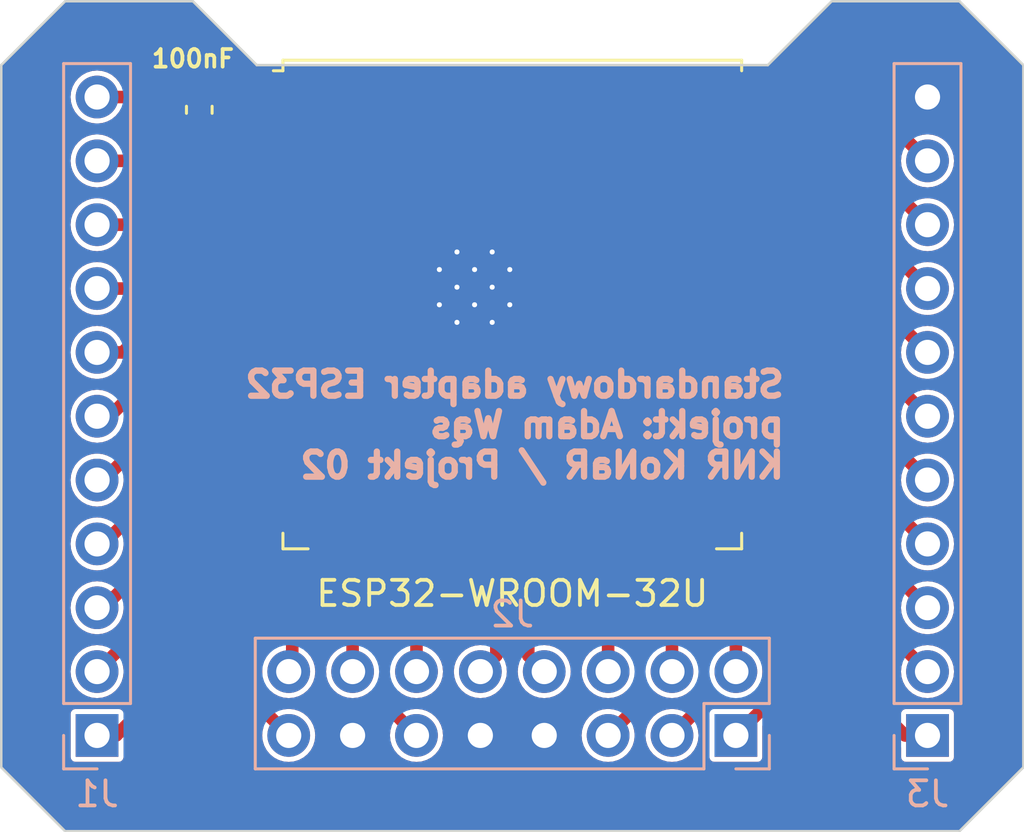
<source format=kicad_pcb>
(kicad_pcb (version 20221018) (generator pcbnew)
  (layers (0 "F.Cu" signal) (31 "B.Cu" signal) (34 "B.Paste" user) (35 "F.Paste" user) (36 "B.SilkS" user "B.Silkscreen") (37 "F.SilkS" user "F.Silkscreen") (38 "B.Mask" user) (39 "F.Mask" user) (44 "Edge.Cuts" user))
  (net 0 "")
  (net 1 "GND")
  (net 2 "VDD")
  (net 3 "IO23")
  (net 4 "IO22")
  (net 5 "TXD0{slash}IO1")
  (net 6 "RXD0{slash}IO3")
  (net 7 "IO21")
  (net 9 "IO19")
  (net 10 "IO18")
  (net 11 "IO5")
  (net 12 "IO17")
  (net 13 "IO16")
  (net 14 "IO4")
  (net 15 "IO0")
  (net 16 "IO2")
  (net 17 "IO15")
  (net 18 "SDI{slash}SD1")
  (net 19 "SDO{slash}SD0")
  (net 20 "SCK{slash}CLK")
  (net 21 "SCS{slash}CMD")
  (net 22 "SWP{slash}SD3")
  (net 23 "SHD{slash}SD2")
  (net 24 "IO13")
  (net 25 "IO12")
  (net 26 "IO14")
  (net 27 "IO27")
  (net 28 "IO26")
  (net 29 "IO25")
  (net 30 "IO33")
  (net 31 "IO32")
  (net 32 "IO35")
  (net 33 "IO34")
  (net 34 "SENSOR_VN")
  (net 35 "SENSOR_VP")
  (net 36 "EN")
  (footprint "Capacitor_SMD:C_0603_1608Metric" (layer "F.Cu") (at 42.164 41.148 90)
    (fp_text reference "C1" hide)
    (fp_text value "100nF" (at 2.032 -0.254) (layer "F.SilkS") (effects (font (size 0.7 0.7))))
    (fp_line (start -0.14058 -0.51) (end 0.14058 -0.51) (stroke (width 0.12)) (layer "F.SilkS"))
    (fp_line (start -0.14058 0.51) (end 0.14058 0.51) (stroke (width 0.12)) (layer "F.SilkS"))
    (pad "1" smd roundrect (at -0.775 0 90) (size 0.9 0.95) (layers "F.Cu" "F.Paste" "F.Mask") (net 2 "VDD"))
    (pad "2" smd roundrect (at 0.775 0 90) (size 0.9 0.95) (layers "F.Cu" "F.Paste" "F.Mask") (net 1 "GND"))
  )
  (footprint "RF_Module:ESP32-WROOM-32U" (layer "F.Cu") (at 54.61 48.895)
    (fp_text reference "U1" hide)
    (fp_text value "ESP32-WROOM-32U" (at 0 11.5) (layer "F.SilkS"))
    (fp_line (start -9.12 -9.72) (end -9.12 -9.3) (stroke (width 0.12)) (layer "F.SilkS"))
    (fp_line (start -9.12 -9.72) (end 9.12 -9.72) (stroke (width 0.12)) (layer "F.SilkS"))
    (fp_line (start -9.12 -9.3) (end -9.5 -9.3) (stroke (width 0.12)) (layer "F.SilkS"))
    (fp_line (start -9.12 9.1) (end -9.12 9.72) (stroke (width 0.12)) (layer "F.SilkS"))
    (fp_line (start -9.12 9.72) (end -8.12 9.72) (stroke (width 0.12)) (layer "F.SilkS"))
    (fp_line (start 9.12 -9.72) (end 9.12 -9.3) (stroke (width 0.12)) (layer "F.SilkS"))
    (fp_line (start 9.12 9.1) (end 9.12 9.72) (stroke (width 0.12)) (layer "F.SilkS"))
    (fp_line (start 9.12 9.72) (end 8.12 9.72) (stroke (width 0.12)) (layer "F.SilkS"))
    (pad "1" smd rect (at -8.75 -8.255) (size 1.5 0.9) (layers "F.Cu" "F.Paste" "F.Mask") (net 1 "GND"))
    (pad "2" smd rect (at -8.75 -6.985) (size 1.5 0.9) (layers "F.Cu" "F.Paste" "F.Mask") (net 2 "VDD"))
    (pad "3" smd rect (at -8.75 -5.715) (size 1.5 0.9) (layers "F.Cu" "F.Paste" "F.Mask") (net 36 "EN"))
    (pad "4" smd rect (at -8.75 -4.445) (size 1.5 0.9) (layers "F.Cu" "F.Paste" "F.Mask") (net 35 "SENSOR_VP"))
    (pad "5" smd rect (at -8.75 -3.175) (size 1.5 0.9) (layers "F.Cu" "F.Paste" "F.Mask") (net 34 "SENSOR_VN"))
    (pad "6" smd rect (at -8.75 -1.905) (size 1.5 0.9) (layers "F.Cu" "F.Paste" "F.Mask") (net 33 "IO34"))
    (pad "7" smd rect (at -8.75 -0.635) (size 1.5 0.9) (layers "F.Cu" "F.Paste" "F.Mask") (net 32 "IO35"))
    (pad "8" smd rect (at -8.75 0.635) (size 1.5 0.9) (layers "F.Cu" "F.Paste" "F.Mask") (net 31 "IO32"))
    (pad "9" smd rect (at -8.75 1.905) (size 1.5 0.9) (layers "F.Cu" "F.Paste" "F.Mask") (net 30 "IO33"))
    (pad "10" smd rect (at -8.75 3.175) (size 1.5 0.9) (layers "F.Cu" "F.Paste" "F.Mask") (net 29 "IO25"))
    (pad "11" smd rect (at -8.75 4.445) (size 1.5 0.9) (layers "F.Cu" "F.Paste" "F.Mask") (net 28 "IO26"))
    (pad "12" smd rect (at -8.75 5.715) (size 1.5 0.9) (layers "F.Cu" "F.Paste" "F.Mask") (net 27 "IO27"))
    (pad "13" smd rect (at -8.75 6.985) (size 1.5 0.9) (layers "F.Cu" "F.Paste" "F.Mask") (net 26 "IO14"))
    (pad "14" smd rect (at -8.75 8.255) (size 1.5 0.9) (layers "F.Cu" "F.Paste" "F.Mask") (net 25 "IO12"))
    (pad "15" smd rect (at -5.715 9.35 90) (size 1.5 0.9) (layers "F.Cu" "F.Paste" "F.Mask") (net 1 "GND"))
    (pad "16" smd rect (at -4.445 9.35 90) (size 1.5 0.9) (layers "F.Cu" "F.Paste" "F.Mask") (net 24 "IO13"))
    (pad "17" smd rect (at -3.175 9.35 90) (size 1.5 0.9) (layers "F.Cu" "F.Paste" "F.Mask") (net 23 "SHD{slash}SD2"))
    (pad "18" smd rect (at -1.905 9.35 90) (size 1.5 0.9) (layers "F.Cu" "F.Paste" "F.Mask") (net 22 "SWP{slash}SD3"))
    (pad "19" smd rect (at -0.635 9.35 90) (size 1.5 0.9) (layers "F.Cu" "F.Paste" "F.Mask") (net 21 "SCS{slash}CMD"))
    (pad "20" smd rect (at 0.635 9.35 90) (size 1.5 0.9) (layers "F.Cu" "F.Paste" "F.Mask") (net 20 "SCK{slash}CLK"))
    (pad "21" smd rect (at 1.905 9.35 90) (size 1.5 0.9) (layers "F.Cu" "F.Paste" "F.Mask") (net 19 "SDO{slash}SD0"))
    (pad "22" smd rect (at 3.175 9.35 90) (size 1.5 0.9) (layers "F.Cu" "F.Paste" "F.Mask") (net 18 "SDI{slash}SD1"))
    (pad "23" smd rect (at 4.445 9.35 90) (size 1.5 0.9) (layers "F.Cu" "F.Paste" "F.Mask") (net 17 "IO15"))
    (pad "24" smd rect (at 5.715 9.35 90) (size 1.5 0.9) (layers "F.Cu" "F.Paste" "F.Mask") (net 16 "IO2"))
    (pad "25" smd rect (at 8.75 8.255) (size 1.5 0.9) (layers "F.Cu" "F.Paste" "F.Mask") (net 15 "IO0"))
    (pad "26" smd rect (at 8.75 6.985) (size 1.5 0.9) (layers "F.Cu" "F.Paste" "F.Mask") (net 14 "IO4"))
    (pad "27" smd rect (at 8.75 5.715) (size 1.5 0.9) (layers "F.Cu" "F.Paste" "F.Mask") (net 13 "IO16"))
    (pad "28" smd rect (at 8.75 4.445) (size 1.5 0.9) (layers "F.Cu" "F.Paste" "F.Mask") (net 12 "IO17"))
    (pad "29" smd rect (at 8.75 3.175) (size 1.5 0.9) (layers "F.Cu" "F.Paste" "F.Mask") (net 11 "IO5"))
    (pad "30" smd rect (at 8.75 1.905) (size 1.5 0.9) (layers "F.Cu" "F.Paste" "F.Mask") (net 10 "IO18"))
    (pad "31" smd rect (at 8.75 0.635) (size 1.5 0.9) (layers "F.Cu" "F.Paste" "F.Mask") (net 9 "IO19"))
    (pad "32" smd rect (at 8.75 -0.635) (size 1.5 0.9) (layers "F.Cu" "F.Paste" "F.Mask"))
    (pad "33" smd rect (at 8.75 -1.905) (size 1.5 0.9) (layers "F.Cu" "F.Paste" "F.Mask") (net 7 "IO21"))
    (pad "34" smd rect (at 8.75 -3.175) (size 1.5 0.9) (layers "F.Cu" "F.Paste" "F.Mask") (net 6 "RXD0{slash}IO3"))
    (pad "35" smd rect (at 8.75 -4.445) (size 1.5 0.9) (layers "F.Cu" "F.Paste" "F.Mask") (net 5 "TXD0{slash}IO1"))
    (pad "36" smd rect (at 8.75 -5.715) (size 1.5 0.9) (layers "F.Cu" "F.Paste" "F.Mask") (net 4 "IO22"))
    (pad "37" smd rect (at 8.75 -6.985) (size 1.5 0.9) (layers "F.Cu" "F.Paste" "F.Mask") (net 3 "IO23"))
    (pad "38" smd rect (at 8.75 -8.255) (size 1.5 0.9) (layers "F.Cu" "F.Paste" "F.Mask") (net 1 "GND"))
    (pad "39" smd rect (at -2.9 -2.09) (size 0.9 0.9) (layers "F.Cu" "F.Paste") (net 1 "GND"))
    (pad "39" thru_hole circle (at -2.9 -1.39) (size 0.6 0.6) (drill 0.2) (property pad_prop_heatsink) (layers "*.Cu" "F.Mask") (net 1 "GND"))
    (pad "39" smd rect (at -2.9 -0.69) (size 0.9 0.9) (layers "F.Cu" "F.Paste") (net 1 "GND"))
    (pad "39" thru_hole circle (at -2.9 0.01) (size 0.6 0.6) (drill 0.2) (property pad_prop_heatsink) (layers "*.Cu" "F.Mask") (net 1 "GND"))
    (pad "39" smd rect (at -2.9 0.71) (size 0.9 0.9) (layers "F.Cu" "F.Paste") (net 1 "GND"))
    (pad "39" thru_hole circle (at -2.2 -2.09) (size 0.6 0.6) (drill 0.2) (property pad_prop_heatsink) (layers "*.Cu" "F.Mask") (net 1 "GND"))
    (pad "39" thru_hole circle (at -2.2 -0.69) (size 0.6 0.6) (drill 0.2) (property pad_prop_heatsink) (layers "*.Cu" "F.Mask") (net 1 "GND"))
    (pad "39" thru_hole circle (at -2.2 0.71) (size 0.6 0.6) (drill 0.2) (property pad_prop_heatsink) (layers "*.Cu" "F.Mask") (net 1 "GND"))
    (pad "39" smd rect (at -1.5 -2.09) (size 0.9 0.9) (layers "F.Cu" "F.Paste") (net 1 "GND"))
    (pad "39" thru_hole circle (at -1.5 -1.39) (size 0.6 0.6) (drill 0.2) (property pad_prop_heatsink) (layers "*.Cu" "F.Mask") (net 1 "GND"))
    (pad "39" smd rect (at -1.5 -0.69) (size 0.9 0.9) (layers "F.Cu" "F.Paste") (net 1 "GND"))
    (pad "39" smd rect (at -1.5 -0.69) (size 3.8 3.8) (layers "F.Cu" "F.Mask") (net 1 "GND"))
    (pad "39" thru_hole circle (at -1.5 0.01) (size 0.6 0.6) (drill 0.2) (property pad_prop_heatsink) (layers "*.Cu" "F.Mask") (net 1 "GND"))
    (pad "39" smd rect (at -1.5 0.71) (size 0.9 0.9) (layers "F.Cu" "F.Paste") (net 1 "GND"))
    (pad "39" thru_hole circle (at -0.8 -2.09) (size 0.6 0.6) (drill 0.2) (property pad_prop_heatsink) (layers "*.Cu" "F.Mask") (net 1 "GND"))
    (pad "39" thru_hole circle (at -0.8 -0.69) (size 0.6 0.6) (drill 0.2) (property pad_prop_heatsink) (layers "*.Cu" "F.Mask") (net 1 "GND"))
    (pad "39" thru_hole circle (at -0.8 0.71) (size 0.6 0.6) (drill 0.2) (property pad_prop_heatsink) (layers "*.Cu" "F.Mask") (net 1 "GND"))
    (pad "39" smd rect (at -0.1 -2.09) (size 0.9 0.9) (layers "F.Cu" "F.Paste") (net 1 "GND"))
    (pad "39" thru_hole circle (at -0.1 -1.39) (size 0.6 0.6) (drill 0.2) (property pad_prop_heatsink) (layers "*.Cu" "F.Mask") (net 1 "GND"))
    (pad "39" smd rect (at -0.1 -0.69) (size 0.9 0.9) (layers "F.Cu" "F.Paste") (net 1 "GND"))
    (pad "39" thru_hole circle (at -0.1 0.01) (size 0.6 0.6) (drill 0.2) (property pad_prop_heatsink) (layers "*.Cu" "F.Mask") (net 1 "GND"))
    (pad "39" smd rect (at -0.1 0.71) (size 0.9 0.9) (layers "F.Cu" "F.Paste") (net 1 "GND"))
  )
  (footprint "Connector_PinHeader_2.54mm:PinHeader_1x11_P2.54mm_Vertical" (layer "B.Cu") (at 38.1 66.04)
    (fp_text reference "J1" (at 0 2.33 -360) (layer "B.SilkS") (effects (justify mirror)))
    (fp_text value "Conn_01x11_MountingPin" hide)
    (fp_line (start -1.33 -26.73) (end 1.33 -26.73) (stroke (width 0.12)) (layer "B.SilkS"))
    (fp_line (start -1.33 -1.27) (end -1.33 -26.73) (stroke (width 0.12)) (layer "B.SilkS"))
    (fp_line (start -1.33 -1.27) (end 1.33 -1.27) (stroke (width 0.12)) (layer "B.SilkS"))
    (fp_line (start -1.33 0) (end -1.33 1.33) (stroke (width 0.12)) (layer "B.SilkS"))
    (fp_line (start -1.33 1.33) (end 0 1.33) (stroke (width 0.12)) (layer "B.SilkS"))
    (fp_line (start 1.33 -1.27) (end 1.33 -26.73) (stroke (width 0.12)) (layer "B.SilkS"))
    (pad "1" thru_hole rect (at 0 0) (size 1.7 1.7) (drill 1) (layers "*.Cu" "*.Mask") (net 27 "IO27"))
    (pad "2" thru_hole oval (at 0 -2.54) (size 1.7 1.7) (drill 1) (layers "*.Cu" "*.Mask") (net 28 "IO26"))
    (pad "3" thru_hole oval (at 0 -5.08) (size 1.7 1.7) (drill 1) (layers "*.Cu" "*.Mask") (net 29 "IO25"))
    (pad "4" thru_hole oval (at 0 -7.62) (size 1.7 1.7) (drill 1) (layers "*.Cu" "*.Mask") (net 30 "IO33"))
    (pad "5" thru_hole oval (at 0 -10.16) (size 1.7 1.7) (drill 1) (layers "*.Cu" "*.Mask") (net 31 "IO32"))
    (pad "6" thru_hole oval (at 0 -12.7) (size 1.7 1.7) (drill 1) (layers "*.Cu" "*.Mask") (net 32 "IO35"))
    (pad "7" thru_hole oval (at 0 -15.24) (size 1.7 1.7) (drill 1) (layers "*.Cu" "*.Mask") (net 33 "IO34"))
    (pad "8" thru_hole oval (at 0 -17.78) (size 1.7 1.7) (drill 1) (layers "*.Cu" "*.Mask") (net 34 "SENSOR_VN"))
    (pad "9" thru_hole oval (at 0 -20.32) (size 1.7 1.7) (drill 1) (layers "*.Cu" "*.Mask") (net 35 "SENSOR_VP"))
    (pad "10" thru_hole oval (at 0 -22.86) (size 1.7 1.7) (drill 1) (layers "*.Cu" "*.Mask") (net 36 "EN"))
    (pad "11" thru_hole oval (at 0 -25.4) (size 1.7 1.7) (drill 1) (layers "*.Cu" "*.Mask") (net 2 "VDD"))
  )
  (footprint "Connector_PinHeader_2.54mm:PinHeader_1x11_P2.54mm_Vertical" (layer "B.Cu") (at 71.12 66.04)
    (fp_text reference "J3" (at 0 2.33) (layer "B.SilkS") (effects (justify mirror)))
    (fp_text value "Conn_01x11_MountingPin" hide)
    (fp_line (start -1.33 -26.73) (end 1.33 -26.73) (stroke (width 0.12)) (layer "B.SilkS"))
    (fp_line (start -1.33 -1.27) (end -1.33 -26.73) (stroke (width 0.12)) (layer "B.SilkS"))
    (fp_line (start -1.33 -1.27) (end 1.33 -1.27) (stroke (width 0.12)) (layer "B.SilkS"))
    (fp_line (start -1.33 0) (end -1.33 1.33) (stroke (width 0.12)) (layer "B.SilkS"))
    (fp_line (start -1.33 1.33) (end 0 1.33) (stroke (width 0.12)) (layer "B.SilkS"))
    (fp_line (start 1.33 -1.27) (end 1.33 -26.73) (stroke (width 0.12)) (layer "B.SilkS"))
    (pad "1" thru_hole rect (at 0 0) (size 1.7 1.7) (drill 1) (layers "*.Cu" "*.Mask") (net 13 "IO16"))
    (pad "2" thru_hole oval (at 0 -2.54) (size 1.7 1.7) (drill 1) (layers "*.Cu" "*.Mask") (net 12 "IO17"))
    (pad "3" thru_hole oval (at 0 -5.08) (size 1.7 1.7) (drill 1) (layers "*.Cu" "*.Mask") (net 11 "IO5"))
    (pad "4" thru_hole oval (at 0 -7.62) (size 1.7 1.7) (drill 1) (layers "*.Cu" "*.Mask") (net 10 "IO18"))
    (pad "5" thru_hole oval (at 0 -10.16) (size 1.7 1.7) (drill 1) (layers "*.Cu" "*.Mask") (net 9 "IO19"))
    (pad "6" thru_hole oval (at 0 -12.7) (size 1.7 1.7) (drill 1) (layers "*.Cu" "*.Mask") (net 7 "IO21"))
    (pad "7" thru_hole oval (at 0 -15.24) (size 1.7 1.7) (drill 1) (layers "*.Cu" "*.Mask") (net 6 "RXD0{slash}IO3"))
    (pad "8" thru_hole oval (at 0 -17.78) (size 1.7 1.7) (drill 1) (layers "*.Cu" "*.Mask") (net 5 "TXD0{slash}IO1"))
    (pad "9" thru_hole oval (at 0 -20.32) (size 1.7 1.7) (drill 1) (layers "*.Cu" "*.Mask") (net 4 "IO22"))
    (pad "10" thru_hole oval (at 0 -22.86) (size 1.7 1.7) (drill 1) (layers "*.Cu" "*.Mask") (net 3 "IO23"))
    (pad "11" thru_hole oval (at 0 -25.4) (size 1.7 1.7) (drill 1) (layers "*.Cu" "*.Mask") (net 1 "GND"))
  )
  (footprint "Connector_PinHeader_2.54mm:PinHeader_2x08_P2.54mm_Vertical" (layer "B.Cu") (at 63.5 66.04 90)
    (fp_text reference "J2" (at 4.826 -8.89) (layer "B.SilkS") (effects (justify mirror)))
    (fp_text value "Conn_02x08_Top_Bottom_MountingPin" hide)
    (fp_line (start -1.33 -19.11) (end 3.87 -19.11) (stroke (width 0.12)) (layer "B.SilkS"))
    (fp_line (start -1.33 -1.27) (end -1.33 -19.11) (stroke (width 0.12)) (layer "B.SilkS"))
    (fp_line (start -1.33 -1.27) (end 1.27 -1.27) (stroke (width 0.12)) (layer "B.SilkS"))
    (fp_line (start -1.33 0) (end -1.33 1.33) (stroke (width 0.12)) (layer "B.SilkS"))
    (fp_line (start -1.33 1.33) (end 0 1.33) (stroke (width 0.12)) (layer "B.SilkS"))
    (fp_line (start 1.27 -1.27) (end 1.27 1.33) (stroke (width 0.12)) (layer "B.SilkS"))
    (fp_line (start 1.27 1.33) (end 3.87 1.33) (stroke (width 0.12)) (layer "B.SilkS"))
    (fp_line (start 3.87 1.33) (end 3.87 -19.11) (stroke (width 0.12)) (layer "B.SilkS"))
    (pad "1" thru_hole rect (at 0 0 90) (size 1.7 1.7) (drill 1) (layers "*.Cu" "*.Mask") (net 14 "IO4"))
    (pad "2" thru_hole oval (at 2.54 0 90) (size 1.7 1.7) (drill 1) (layers "*.Cu" "*.Mask") (net 15 "IO0"))
    (pad "3" thru_hole oval (at 0 -2.54 90) (size 1.7 1.7) (drill 1) (layers "*.Cu" "*.Mask") (net 16 "IO2"))
    (pad "4" thru_hole oval (at 2.54 -2.54 90) (size 1.7 1.7) (drill 1) (layers "*.Cu" "*.Mask") (net 17 "IO15"))
    (pad "5" thru_hole oval (at 0 -5.08 90) (size 1.7 1.7) (drill 1) (layers "*.Cu" "*.Mask") (net 18 "SDI{slash}SD1"))
    (pad "6" thru_hole oval (at 2.54 -5.08 90) (size 1.7 1.7) (drill 1) (layers "*.Cu" "*.Mask") (net 19 "SDO{slash}SD0"))
    (pad "7" thru_hole oval (at 0 -7.62 90) (size 1.7 1.7) (drill 1) (layers "*.Cu" "*.Mask") (net 1 "GND"))
    (pad "8" thru_hole oval (at 2.54 -7.62 90) (size 1.7 1.7) (drill 1) (layers "*.Cu" "*.Mask") (net 20 "SCK{slash}CLK"))
    (pad "9" thru_hole oval (at 0 -10.16 90) (size 1.7 1.7) (drill 1) (layers "*.Cu" "*.Mask") (net 1 "GND"))
    (pad "10" thru_hole oval (at 2.54 -10.16 90) (size 1.7 1.7) (drill 1) (layers "*.Cu" "*.Mask") (net 21 "SCS{slash}CMD"))
    (pad "11" thru_hole oval (at 0 -12.7 90) (size 1.7 1.7) (drill 1) (layers "*.Cu" "*.Mask") (net 23 "SHD{slash}SD2"))
    (pad "12" thru_hole oval (at 2.54 -12.7 90) (size 1.7 1.7) (drill 1) (layers "*.Cu" "*.Mask") (net 22 "SWP{slash}SD3"))
    (pad "13" thru_hole oval (at 0 -15.24 90) (size 1.7 1.7) (drill 1) (layers "*.Cu" "*.Mask") (net 1 "GND"))
    (pad "14" thru_hole oval (at 2.54 -15.24 90) (size 1.7 1.7) (drill 1) (layers "*.Cu" "*.Mask") (net 24 "IO13"))
    (pad "15" thru_hole oval (at 0 -17.78 90) (size 1.7 1.7) (drill 1) (layers "*.Cu" "*.Mask") (net 26 "IO14"))
    (pad "16" thru_hole oval (at 2.54 -17.78 90) (size 1.7 1.7) (drill 1) (layers "*.Cu" "*.Mask") (net 25 "IO12"))
  )
  (gr_line (start 41.91 36.83) (end 44.45 39.37) (stroke (width 0.1)) (layer "Edge.Cuts"))
  (gr_line (start 74.93 67.31) (end 72.39 69.85) (stroke (width 0.1)) (layer "Edge.Cuts"))
  (gr_line (start 74.93 39.37) (end 74.93 67.31) (stroke (width 0.1)) (layer "Edge.Cuts"))
  (gr_line (start 72.39 36.83) (end 74.93 39.37) (stroke (width 0.1)) (layer "Edge.Cuts"))
  (gr_line (start 36.83 36.83) (end 41.91 36.83) (stroke (width 0.1)) (layer "Edge.Cuts"))
  (gr_line (start 44.45 39.37) (end 64.77 39.37) (stroke (width 0.1)) (layer "Edge.Cuts"))
  (gr_line (start 34.29 67.31) (end 34.29 39.37) (stroke (width 0.1)) (layer "Edge.Cuts"))
  (gr_line (start 34.29 39.37) (end 36.83 36.83) (stroke (width 0.1)) (layer "Edge.Cuts"))
  (gr_line (start 72.39 69.85) (end 36.83 69.85) (stroke (width 0.1)) (layer "Edge.Cuts"))
  (gr_line (start 36.83 69.85) (end 34.29 67.31) (stroke (width 0.1)) (layer "Edge.Cuts"))
  (gr_line (start 72.39 36.83) (end 67.31 36.83) (stroke (width 0.1)) (layer "Edge.Cuts"))
  (gr_line (start 64.77 39.37) (end 67.31 36.83) (stroke (width 0.1)) (layer "Edge.Cuts"))
  (gr_text "Standardowy adapter ESP32\nprojekt: Adam Wąs\nKNR KoNaR / Projekt 02\n" (at 65.532 55.88) (layer "B.SilkS") (effects (font (size 1 1) (thickness 0.25) bold) (justify left bottom mirror)))
  (segment (start 40.132 40.64) (end 38.354 40.64) (width 0.5) (layer "F.Cu") (net 2))
  (segment (start 42.164 41.923) (end 41.415 41.923) (width 0.5) (layer "F.Cu") (net 2))
  (segment (start 41.415 41.923) (end 40.132 40.64) (width 0.5) (layer "F.Cu") (net 2))
  (segment (start 42.164 41.923) (end 45.847 41.923) (width 0.5) (layer "F.Cu") (net 2))
  (segment (start 45.847 41.923) (end 45.86 41.91) (width 0.5) (layer "F.Cu") (net 2))
  (segment (start 71.12 43.18) (end 69.85 41.91) (width 0.5) (layer "F.Cu") (net 3))
  (segment (start 69.85 41.91) (end 63.36 41.91) (width 0.5) (layer "F.Cu") (net 3))
  (segment (start 68.58 43.18) (end 63.36 43.18) (width 0.5) (layer "F.Cu") (net 4))
  (segment (start 71.12 45.72) (end 68.58 43.18) (width 0.5) (layer "F.Cu") (net 4))
  (segment (start 71.12 48.26) (end 67.31 44.45) (width 0.5) (layer "F.Cu") (net 5))
  (segment (start 67.31 44.45) (end 63.36 44.45) (width 0.5) (layer "F.Cu") (net 5))
  (segment (start 66.04 45.72) (end 63.36 45.72) (width 0.5) (layer "F.Cu") (net 6))
  (segment (start 71.12 50.8) (end 66.04 45.72) (width 0.5) (layer "F.Cu") (net 6))
  (segment (start 71.12 53.34) (end 64.77 46.99) (width 0.5) (layer "F.Cu") (net 7))
  (segment (start 64.77 46.99) (end 63.36 46.99) (width 0.5) (layer "F.Cu") (net 7))
  (segment (start 71.12 55.88) (end 64.77 49.53) (width 0.5) (layer "F.Cu") (net 9))
  (segment (start 64.77 49.53) (end 63.36 49.53) (width 0.5) (layer "F.Cu") (net 9))
  (segment (start 71.12 58.42) (end 68.834 56.134) (width 0.5) (layer "F.Cu") (net 10))
  (segment (start 63.36 50.8) (end 64.176672 50.8) (width 0.5) (layer "F.Cu") (net 10))
  (segment (start 64.176672 50.8) (end 68.834 55.457328) (width 0.5) (layer "F.Cu") (net 10))
  (segment (start 68.834 56.134) (end 68.834 55.457328) (width 0.5) (layer "F.Cu") (net 10))
  (segment (start 71.12 60.96) (end 67.818 57.658) (width 0.5) (layer "F.Cu") (net 11))
  (segment (start 67.818 57.658) (end 67.818 55.778) (width 0.5) (layer "F.Cu") (net 11))
  (segment (start 67.818 55.778) (end 64.11 52.07) (width 0.5) (layer "F.Cu") (net 11))
  (segment (start 64.11 52.07) (end 63.36 52.07) (width 0.5) (layer "F.Cu") (net 11))
  (segment (start 66.802 56.032) (end 64.11 53.34) (width 0.5) (layer "F.Cu") (net 12))
  (segment (start 71.12 63.5) (end 66.802 59.182) (width 0.5) (layer "F.Cu") (net 12))
  (segment (start 66.802 59.182) (end 66.802 56.032) (width 0.5) (layer "F.Cu") (net 12))
  (segment (start 64.11 53.34) (end 63.36 53.34) (width 0.25) (layer "F.Cu") (net 12))
  (segment (start 71.12 66.04) (end 70.231 66.04) (width 0.5) (layer "F.Cu") (net 13))
  (segment (start 64.11 54.61) (end 63.36 54.61) (width 0.25) (layer "F.Cu") (net 13))
  (segment (start 68.834 63.5) (end 65.786 60.452) (width 0.5) (layer "F.Cu") (net 13))
  (segment (start 65.786 56.286) (end 64.11 54.61) (width 0.5) (layer "F.Cu") (net 13))
  (segment (start 68.834 64.643) (end 68.834 63.5) (width 0.5) (layer "F.Cu") (net 13))
  (segment (start 70.231 66.04) (end 68.834 64.643) (width 0.5) (layer "F.Cu") (net 13))
  (segment (start 65.786 60.452) (end 65.786 56.286) (width 0.5) (layer "F.Cu") (net 13))
  (segment (start 64.8 64.74) (end 64.8 56.54395) (width 0.5) (layer "F.Cu") (net 14))
  (segment (start 64.13605 55.88) (end 63.36 55.88) (width 0.5) (layer "F.Cu") (net 14))
  (segment (start 63.5 66.04) (end 64.8 64.74) (width 0.5) (layer "F.Cu") (net 14))
  (segment (start 64.8 56.54395) (end 64.13605 55.88) (width 0.5) (layer "F.Cu") (net 14))
  (segment (start 63.5 57.29) (end 63.36 57.15) (width 0.25) (layer "F.Cu") (net 15))
  (segment (start 63.5 63.5) (end 63.5 57.29) (width 0.5) (layer "F.Cu") (net 15))
  (segment (start 59.957 58.245) (end 60.198 58.486) (width 0.25) (layer "F.Cu") (net 16))
  (segment (start 62.23 62.23) (end 60.325 60.325) (width 0.5) (layer "F.Cu") (net 16))
  (segment (start 62.23 64.77) (end 62.23 62.23) (width 0.4) (layer "F.Cu") (net 16))
  (segment (start 60.325 60.325) (end 60.325 58.245) (width 0.5) (layer "F.Cu") (net 16))
  (segment (start 60.96 66.04) (end 62.23 64.77) (width 0.5) (layer "F.Cu") (net 16))
  (segment (start 60.96 63.5) (end 60.96 62.23) (width 0.5) (layer "F.Cu") (net 17))
  (segment (start 60.96 62.23) (end 59.055 60.325) (width 0.5) (layer "F.Cu") (net 17))
  (segment (start 59.055 60.325) (end 59.055 58.245) (width 0.5) (layer "F.Cu") (net 17))
  (segment (start 59.69 62.23) (end 57.785 60.325) (width 0.5) (layer "F.Cu") (net 18))
  (segment (start 57.785 60.325) (end 57.785 58.245) (width 0.5) (layer "F.Cu") (net 18))
  (segment (start 59.69 64.77) (end 59.69 62.23) (width 0.4) (layer "F.Cu") (net 18))
  (segment (start 58.42 66.04) (end 59.69 64.77) (width 0.5) (layer "F.Cu") (net 18))
  (segment (start 58.42 63.5) (end 58.42 62.23) (width 0.5) (layer "F.Cu") (net 19))
  (segment (start 56.515 60.325) (end 56.515 58.245) (width 0.5) (layer "F.Cu") (net 19))
  (segment (start 58.42 62.23) (end 56.515 60.325) (width 0.5) (layer "F.Cu") (net 19))
  (segment (start 55.245 58.245) (end 55.245 62.865) (width 0.5) (layer "F.Cu") (net 20))
  (segment (start 55.245 62.865) (end 55.88 63.5) (width 0.5) (layer "F.Cu") (net 20))
  (segment (start 53.975 62.865) (end 53.975 58.245) (width 0.5) (layer "F.Cu") (net 21))
  (segment (start 53.34 63.5) (end 53.975 62.865) (width 0.5) (layer "F.Cu") (net 21))
  (segment (start 50.8 62.23) (end 50.8 63.5) (width 0.5) (layer "F.Cu") (net 22))
  (segment (start 52.705 58.245) (end 52.705 60.325) (width 0.5) (layer "F.Cu") (net 22))
  (segment (start 52.705 60.325) (end 50.8 62.23) (width 0.5) (layer "F.Cu") (net 22))
  (segment (start 51.308 60.452) (end 49.53 62.23) (width 0.5) (layer "F.Cu") (net 23))
  (segment (start 49.53 62.23) (end 49.53 64.77) (width 0.4) (layer "F.Cu") (net 23))
  (segment (start 49.53 64.77) (end 50.8 66.04) (width 0.5) (layer "F.Cu") (net 23))
  (segment (start 51.435 60.325) (end 51.435 58.245) (width 0.5) (layer "F.Cu") (net 23))
  (segment (start 51.308 60.452) (end 51.435 60.325) (width 0.5) (layer "F.Cu") (net 23))
  (segment (start 50.165 60.325) (end 48.26 62.23) (width 0.5) (layer "F.Cu") (net 24))
  (segment (start 48.26 62.23) (end 48.26 63.5) (width 0.5) (layer "F.Cu") (net 24))
  (segment (start 50.165 58.245) (end 50.165 60.325) (width 0.5) (layer "F.Cu") (net 24))
  (segment (start 48.514 63.246) (end 48.26 63.5) (width 0.25) (layer "F.Cu") (net 24))
  (segment (start 45.86 57.15) (end 45.86 63.36) (width 0.5) (layer "F.Cu") (net 25))
  (segment (start 45.86 63.36) (end 45.72 63.5) (width 0.25) (layer "F.Cu") (net 25))
  (segment (start 44.958 55.88) (end 45.86 55.88) (width 0.5) (layer "F.Cu") (net 26))
  (segment (start 44.42 64.74) (end 44.42 56.418) (width 0.5) (layer "F.Cu") (net 26))
  (segment (start 44.42 56.418) (end 44.958 55.88) (width 0.5) (layer "F.Cu") (net 26))
  (segment (start 45.72 66.04) (end 44.42 64.74) (width 0.5) (layer "F.Cu") (net 26))
  (segment (start 45.466 66.04) (end 45.72 66.04) (width 0.25) (layer "F.Cu") (net 26))
  (segment (start 40.386 64.516) (end 38.862 66.04) (width 0.5) (layer "F.Cu") (net 27))
  (segment (start 43.434 60.198) (end 43.434 56.134) (width 0.5) (layer "F.Cu") (net 27))
  (segment (start 40.386 63.5) (end 40.386 64.516) (width 0.5) (layer "F.Cu") (net 27))
  (segment (start 43.434 60.452) (end 40.386 63.5) (width 0.5) (layer "F.Cu") (net 27))
  (segment (start 43.434 56.134) (end 44.958 54.61) (width 0.5) (layer "F.Cu") (net 27))
  (segment (start 43.434 60.452) (end 43.434 60.198) (width 0.5) (layer "F.Cu") (net 27))
  (segment (start 44.958 54.61) (end 45.86 54.61) (width 0.5) (layer "F.Cu") (net 27))
  (segment (start 38.862 66.04) (end 38.1 66.04) (width 0.5) (layer "F.Cu") (net 27))
  (segment (start 44.704 53.34) (end 45.86 53.34) (width 0.5) (layer "F.Cu") (net 28))
  (segment (start 42.418 59.182) (end 42.418 55.626) (width 0.5) (layer "F.Cu") (net 28))
  (segment (start 42.418 55.626) (end 44.704 53.34) (width 0.5) (layer "F.Cu") (net 28))
  (segment (start 38.354 63.246) (end 42.418 59.182) (width 0.5) (layer "F.Cu") (net 28))
  (segment (start 38.354 63.5) (end 38.354 63.246) (width 0.5) (layer "F.Cu") (net 28))
  (segment (start 41.402 55.118) (end 44.45 52.07) (width 0.5) (layer "F.Cu") (net 29))
  (segment (start 41.402 57.912) (end 41.402 55.118) (width 0.5) (layer "F.Cu") (net 29))
  (segment (start 44.45 52.07) (end 45.86 52.07) (width 0.5) (layer "F.Cu") (net 29))
  (segment (start 38.354 60.96) (end 41.402 57.912) (width 0.5) (layer "F.Cu") (net 29))
  (segment (start 40.386 54.61) (end 44.196 50.8) (width 0.5) (layer "F.Cu") (net 30))
  (segment (start 40.386 56.388) (end 40.386 54.61) (width 0.5) (layer "F.Cu") (net 30))
  (segment (start 44.196 50.8) (end 45.86 50.8) (width 0.5) (layer "F.Cu") (net 30))
  (segment (start 38.354 58.42) (end 40.386 56.388) (width 0.5) (layer "F.Cu") (net 30))
  (segment (start 38.354 55.88) (end 39.4 54.834) (width 0.5) (layer "F.Cu") (net 31))
  (segment (start 39.4 54.072) (end 43.942 49.53) (width 0.5) (layer "F.Cu") (net 31))
  (segment (start 39.4 54.834) (end 39.4 54.072) (width 0.5) (layer "F.Cu") (net 31))
  (segment (start 43.942 49.53) (end 45.86 49.53) (width 0.5) (layer "F.Cu") (net 31))
  (segment (start 38.354 53.34) (end 38.608 53.34) (width 0.5) (layer "F.Cu") (net 32))
  (segment (start 38.608 53.34) (end 43.688 48.26) (width 0.5) (layer "F.Cu") (net 32))
  (segment (start 43.688 48.26) (end 45.86 48.26) (width 0.5) (layer "F.Cu") (net 32))
  (segment (start 38.354 50.8) (end 38.862 50.8) (width 0.25) (layer "F.Cu") (net 33))
  (segment (start 38.862 50.8) (end 39.116 50.8) (width 0.5) (layer "F.Cu") (net 33))
  (segment (start 39.116 50.8) (end 42.926 46.99) (width 0.5) (layer "F.Cu") (net 33))
  (segment (start 42.926 46.99) (end 45.86 46.99) (width 0.5) (layer "F.Cu") (net 33))
  (segment (start 38.354 48.26) (end 39.37 48.26) (width 0.5) (layer "F.Cu") (net 34))
  (segment (start 39.37 48.26) (end 41.91 45.72) (width 0.5) (layer "F.Cu") (net 34))
  (segment (start 41.91 45.72) (end 45.86 45.72) (width 0.5) (layer "F.Cu") (net 34))
  (segment (start 41.402 44.45) (end 45.86 44.45) (width 0.5) (layer "F.Cu") (net 35))
  (segment (start 38.354 45.72) (end 40.132 45.72) (width 0.5) (layer "F.Cu") (net 35))
  (segment (start 40.132 45.72) (end 41.402 44.45) (width 0.5) (layer "F.Cu") (net 35))
  (segment (start 38.354 43.18) (end 45.86 43.18) (width 0.5) (layer "F.Cu") (net 36))
  (zone (net 1) (net_name "GND") (layer "F.Cu") (connect_pads yes (clearance 0.18)) (min_thickness 0.2) (fill yes (thermal_gap 0.5) (thermal_bridge_width 0.5))
    (polygon (pts (xy 34.29 36.83) (xy 34.29 69.85) (xy 74.93 69.85) (xy 74.93 36.83)))
  )
  (zone (net 1) (net_name "GND") (layer "B.Cu") (priority 1) (connect_pads yes (clearance 0.15)) (min_thickness 0.25) (fill yes (thermal_gap 0.5) (thermal_bridge_width 0.5))
    (polygon (pts (xy 34.29 36.83) (xy 74.93 36.83) (xy 74.93 69.85) (xy 34.29 69.85)))
  )
)
</source>
